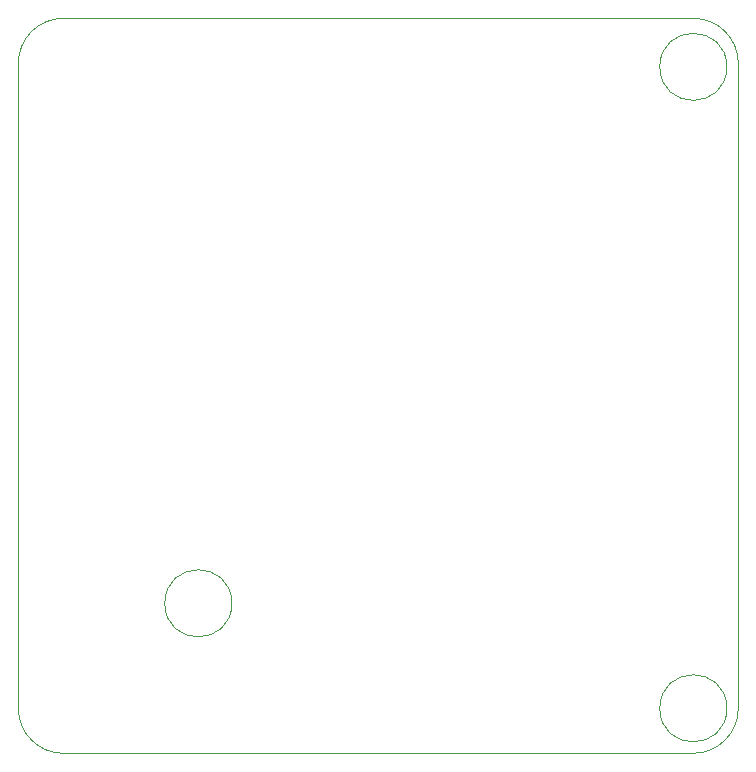
<source format=gbr>
G04 #@! TF.GenerationSoftware,KiCad,Pcbnew,(5.1.0)-1*
G04 #@! TF.CreationDate,2019-06-12T13:49:38+02:00*
G04 #@! TF.ProjectId,me-freeled,6d652d66-7265-4656-9c65-642e6b696361,rev?*
G04 #@! TF.SameCoordinates,Original*
G04 #@! TF.FileFunction,Profile,NP*
%FSLAX46Y46*%
G04 Gerber Fmt 4.6, Leading zero omitted, Abs format (unit mm)*
G04 Created by KiCad (PCBNEW (5.1.0)-1) date 2019-06-12 13:49:38*
%MOMM*%
%LPD*%
G04 APERTURE LIST*
%ADD10C,0.050000*%
G04 APERTURE END LIST*
D10*
X42209806Y-102870000D02*
G75*
G03X42209806Y-102870000I-2839806J0D01*
G01*
X81280000Y-53340000D02*
X80010000Y-53340000D01*
X81280000Y-53340000D02*
G75*
G02X85090000Y-57150000I0J-3810000D01*
G01*
X85090000Y-111760000D02*
G75*
G02X81280000Y-115570000I-3810000J0D01*
G01*
X85090000Y-63500000D02*
X85090000Y-57150000D01*
X27940000Y-53340000D02*
X80010000Y-53340000D01*
X85090000Y-111760000D02*
X85090000Y-63500000D01*
X27940000Y-115570000D02*
X81280000Y-115570000D01*
X84119806Y-57449806D02*
G75*
G03X84119806Y-57449806I-2839806J0D01*
G01*
X84119806Y-111760000D02*
G75*
G03X84119806Y-111760000I-2839806J0D01*
G01*
X27940000Y-115570000D02*
G75*
G02X24130000Y-111760000I0J3810000D01*
G01*
X24130000Y-57150000D02*
G75*
G02X27940000Y-53340000I3810000J0D01*
G01*
X24130000Y-111760000D02*
X24130000Y-57150000D01*
M02*

</source>
